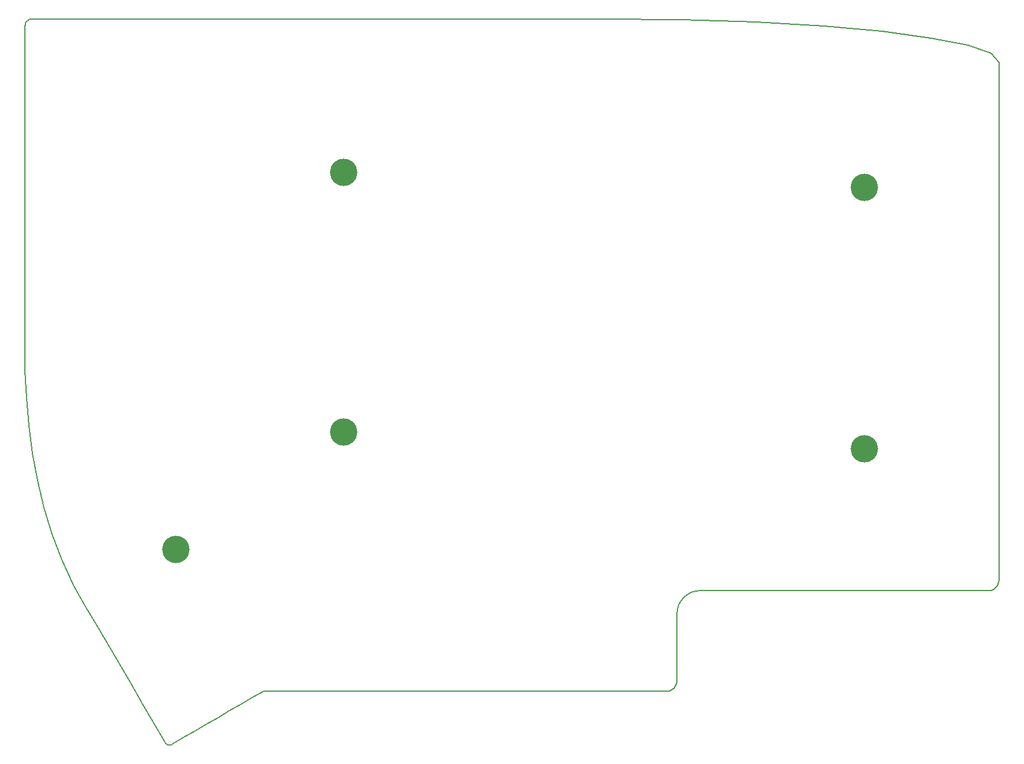
<source format=gbl>
G04 #@! TF.GenerationSoftware,KiCad,Pcbnew,5.1.6-c6e7f7d~87~ubuntu20.04.1*
G04 #@! TF.CreationDate,2020-10-18T21:00:35+01:00*
G04 #@! TF.ProjectId,Lily58_Pro_BOTTOM,4c696c79-3538-45f5-9072-6f5f424f5454,rev?*
G04 #@! TF.SameCoordinates,Original*
G04 #@! TF.FileFunction,Copper,L2,Bot*
G04 #@! TF.FilePolarity,Positive*
%FSLAX46Y46*%
G04 Gerber Fmt 4.6, Leading zero omitted, Abs format (unit mm)*
G04 Created by KiCad (PCBNEW 5.1.6-c6e7f7d~87~ubuntu20.04.1) date 2020-10-18 21:00:35*
%MOMM*%
%LPD*%
G01*
G04 APERTURE LIST*
G04 #@! TA.AperFunction,Profile*
%ADD10C,0.200000*%
G04 #@! TD*
G04 #@! TA.AperFunction,ComponentPad*
%ADD11C,4.000000*%
G04 #@! TD*
G04 APERTURE END LIST*
D10*
X116186619Y-136480784D02*
X117862313Y-135510645D01*
X114510925Y-137450923D02*
X116186619Y-136480784D01*
X82937528Y-50750629D02*
X82937528Y-44443695D01*
X82937528Y-57057562D02*
X82937528Y-50750629D01*
X115211711Y-37086762D02*
X104803877Y-37086762D01*
X218692418Y-120789735D02*
X223959999Y-120789735D01*
X213424836Y-120789735D02*
X218692418Y-120789735D01*
X208157255Y-120789735D02*
X213424836Y-120789735D01*
X202889673Y-120789735D02*
X208157255Y-120789735D01*
X197622092Y-120789735D02*
X202889673Y-120789735D01*
X192354511Y-120789735D02*
X197622092Y-120789735D01*
X187086929Y-120789735D02*
X192354511Y-120789735D01*
X181819348Y-120789735D02*
X187086929Y-120789735D01*
X181113524Y-120860778D02*
X181819348Y-120789735D01*
X180456326Y-121064561D02*
X181113524Y-120860778D01*
X179861773Y-121387065D02*
X180456326Y-121064561D01*
X179343884Y-121814271D02*
X179861773Y-121387065D01*
X178916678Y-122332160D02*
X179343884Y-121814271D01*
X178594174Y-122926713D02*
X178916678Y-122332160D01*
X178390391Y-123583911D02*
X178594174Y-122926713D01*
X178319348Y-124289735D02*
X178390391Y-123583911D01*
X199807654Y-38170488D02*
X189919538Y-37585374D01*
X208420758Y-38945561D02*
X199807654Y-38170488D01*
X215525697Y-39885159D02*
X208420758Y-38945561D01*
X220889319Y-40963847D02*
X215525697Y-39885159D01*
X178989563Y-37215654D02*
X167250881Y-37086762D01*
X189919538Y-37585374D02*
X178989563Y-37215654D01*
X177658308Y-135255660D02*
X177403500Y-135393876D01*
X177880261Y-135072571D02*
X177658308Y-135255660D01*
X178063349Y-134850619D02*
X177880261Y-135072571D01*
X178201565Y-134595810D02*
X178063349Y-134850619D01*
X178288901Y-134314154D02*
X178201565Y-134595810D01*
X178319348Y-134011658D02*
X178288901Y-134314154D01*
X225460000Y-52918378D02*
X225460000Y-62400000D01*
X225460000Y-43436755D02*
X225460000Y-52918378D01*
X82937528Y-69671429D02*
X82937528Y-63364495D01*
X82937528Y-75978362D02*
X82937528Y-69671429D01*
X82937528Y-82285296D02*
X82937528Y-75978362D01*
X82937528Y-88592229D02*
X82937528Y-82285296D01*
X104803877Y-37086762D02*
X94396044Y-37086762D01*
X125619545Y-37086762D02*
X115211711Y-37086762D01*
X136027379Y-37086762D02*
X125619545Y-37086762D01*
X146435213Y-37086762D02*
X136027379Y-37086762D01*
X156843047Y-37086762D02*
X146435213Y-37086762D01*
X167250881Y-37086762D02*
X156843047Y-37086762D01*
X83400937Y-37265961D02*
X83579303Y-37169210D01*
X83245570Y-37394123D02*
X83400937Y-37265961D01*
X83117409Y-37549489D02*
X83245570Y-37394123D01*
X83020657Y-37727855D02*
X83117409Y-37549489D01*
X82959523Y-37925015D02*
X83020657Y-37727855D01*
X82938210Y-38136762D02*
X82959523Y-37925015D01*
X83776462Y-37108075D02*
X83988210Y-37086762D01*
X83579303Y-37169210D02*
X83776462Y-37108075D01*
X94396044Y-37086762D02*
X83988210Y-37086762D01*
X82937528Y-63364495D02*
X82937528Y-57057562D01*
X82937528Y-44443695D02*
X82937528Y-38136762D01*
X88291758Y-116318073D02*
X89993333Y-119989540D01*
X86863105Y-112530670D02*
X88291758Y-116318073D01*
X85688004Y-108649127D02*
X86863105Y-112530670D01*
X84747083Y-104695246D02*
X85688004Y-108649127D01*
X84020972Y-100690825D02*
X84747083Y-104695246D01*
X83490297Y-96657663D02*
X84020972Y-100690825D01*
X83135690Y-92617561D02*
X83490297Y-96657663D01*
X82937777Y-88592317D02*
X83135690Y-92617561D01*
X104288864Y-143357278D02*
X104456758Y-143271756D01*
X104130206Y-143404468D02*
X104288864Y-143357278D01*
X103981252Y-143413974D02*
X104130206Y-143404468D01*
X103842470Y-143386445D02*
X103981252Y-143413974D01*
X103714328Y-143322532D02*
X103842470Y-143386445D01*
X103597295Y-143222884D02*
X103714328Y-143322532D01*
X103491837Y-143088150D02*
X103597295Y-143222884D01*
X103398425Y-142918979D02*
X103491837Y-143088150D01*
X112835230Y-138421062D02*
X114510925Y-137450923D01*
X111159536Y-139391201D02*
X112835230Y-138421062D01*
X109483841Y-140361340D02*
X111159536Y-139391201D01*
X107808147Y-141331479D02*
X109483841Y-140361340D01*
X106132452Y-142301617D02*
X107808147Y-141331479D01*
X104456758Y-143271756D02*
X106132452Y-142301617D01*
X101722730Y-140052659D02*
X103398425Y-142918979D01*
X100047036Y-137186340D02*
X101722730Y-140052659D01*
X98371341Y-134320020D02*
X100047036Y-137186340D01*
X96695647Y-131453701D02*
X98371341Y-134320020D01*
X95019952Y-128587381D02*
X96695647Y-131453701D01*
X93344258Y-125721062D02*
X95019952Y-128587381D01*
X91668563Y-122854742D02*
X93344258Y-125721062D01*
X89992869Y-119988423D02*
X91668563Y-122854742D01*
X169449826Y-135511658D02*
X176819348Y-135511658D01*
X162080304Y-135511658D02*
X169449826Y-135511658D01*
X154710782Y-135511658D02*
X162080304Y-135511658D01*
X147341260Y-135511658D02*
X154710782Y-135511658D01*
X139971738Y-135511658D02*
X147341260Y-135511658D01*
X132602217Y-135511658D02*
X139971738Y-135511658D01*
X125232695Y-135511658D02*
X132602217Y-135511658D01*
X117863173Y-135511658D02*
X125232695Y-135511658D01*
X178319348Y-132816013D02*
X178319348Y-134034052D01*
X178319348Y-131597973D02*
X178319348Y-132816013D01*
X178319348Y-130379933D02*
X178319348Y-131597973D01*
X178319348Y-129161894D02*
X178319348Y-130379933D01*
X178319348Y-127943854D02*
X178319348Y-129161894D01*
X178319348Y-126725814D02*
X178319348Y-127943854D01*
X178319348Y-125507775D02*
X178319348Y-126725814D01*
X178319348Y-124289735D02*
X178319348Y-125507775D01*
X177121844Y-135481211D02*
X176819348Y-135511658D01*
X177403500Y-135393876D02*
X177121844Y-135481211D01*
X224278471Y-42156190D02*
X220889319Y-40963847D01*
X225460000Y-43436755D02*
X224278471Y-42156190D01*
X224262495Y-120759288D02*
X223959999Y-120789735D01*
X224544152Y-120671952D02*
X224262495Y-120759288D01*
X224798960Y-120533736D02*
X224544152Y-120671952D01*
X225020912Y-120350648D02*
X224798960Y-120533736D01*
X225204001Y-120128696D02*
X225020912Y-120350648D01*
X225342217Y-119873887D02*
X225204001Y-120128696D01*
X225429552Y-119592231D02*
X225342217Y-119873887D01*
X225459999Y-119289735D02*
X225429552Y-119592231D01*
X225460000Y-109808112D02*
X225460000Y-119289735D01*
X225460000Y-100326490D02*
X225460000Y-109808112D01*
X225460000Y-90844867D02*
X225460000Y-100326490D01*
X225460000Y-81363245D02*
X225460000Y-90844867D01*
X225460000Y-71881623D02*
X225460000Y-81363245D01*
X225460000Y-62400000D02*
X225460000Y-71881623D01*
D11*
X129600000Y-59600000D03*
X205800000Y-61800000D03*
X129600000Y-97600000D03*
X205800000Y-100000000D03*
X105000000Y-114800000D03*
M02*

</source>
